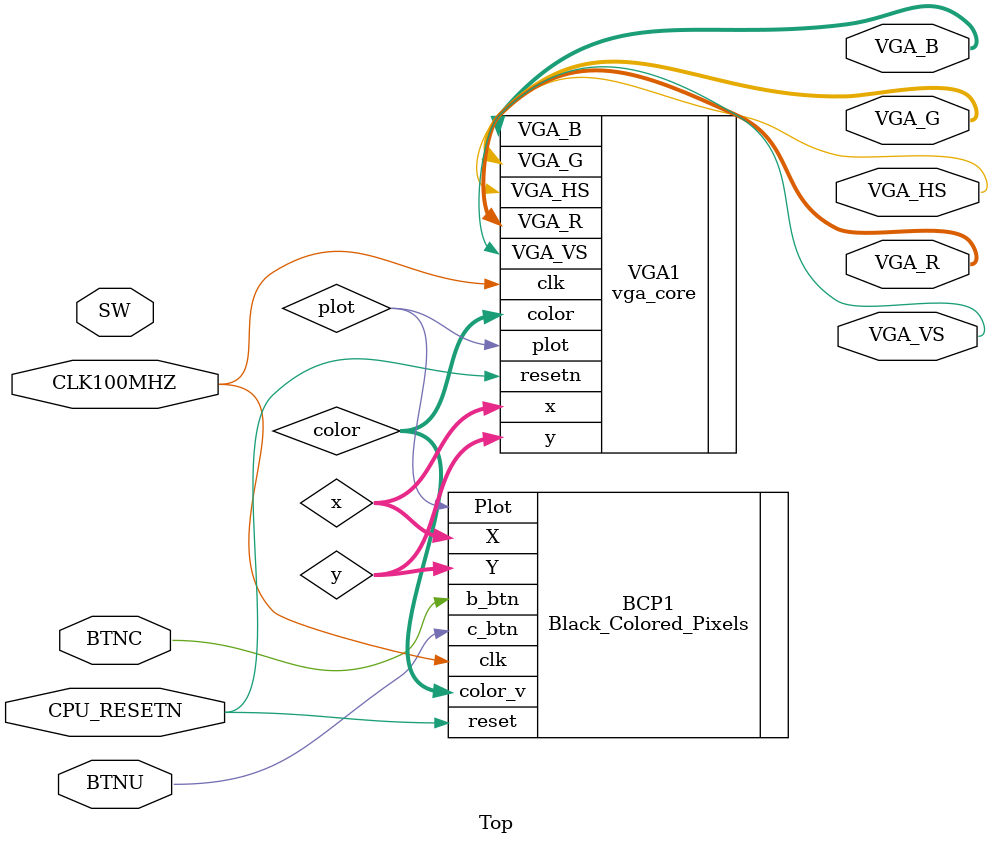
<source format=sv>
module Top (
    input wire CLK100MHZ,
    input wire CPU_RESETN,
    input wire BTNC,
    input wire BTNU,
    input wire [15:0] SW,
    output wire [3:0] VGA_R,
    output wire [3:0] VGA_G,
    output wire [3:0] VGA_B,
    output wire VGA_HS,
    output wire VGA_VS
);


  logic [7:0] x;
  logic [6:0] y;
  logic [2:0] color;
  logic plot;



  Black_Colored_Pixels BCP1 (
      //Input
      .clk(CLK100MHZ),
      .reset(CPU_RESETN),
      .b_btn(BTNC),
      .c_btn(BTNU),
      //Output
      .X(x),
      .Y(y),
      .Plot(plot),
      .color_v(color)
  );



  vga_core VGA1 (
      //Input
      .clk(CLK100MHZ),
      .resetn(CPU_RESETN),
      .x(x),
      .y(y),
      .color(color),
      .plot(plot),
      //Output                       
      .VGA_R(VGA_R),
      .VGA_G(VGA_G),
      .VGA_B(VGA_B),
      .VGA_HS(VGA_HS),
      .VGA_VS(VGA_VS)
  );

endmodule

</source>
